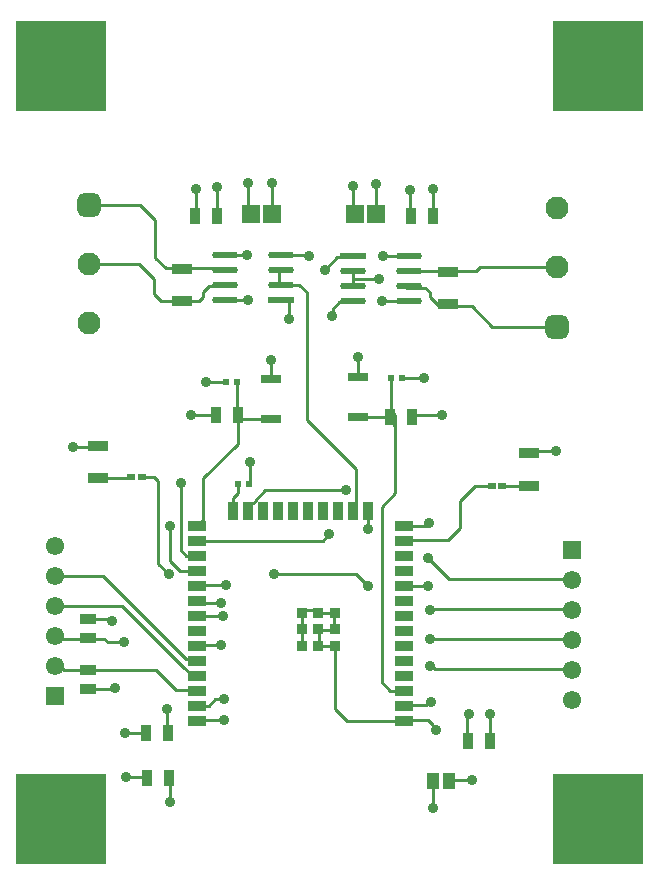
<source format=gtl>
G04*
G04 #@! TF.GenerationSoftware,Altium Limited,Altium Designer,24.9.1 (31)*
G04*
G04 Layer_Physical_Order=1*
G04 Layer_Color=255*
%FSLAX44Y44*%
%MOMM*%
G71*
G04*
G04 #@! TF.SameCoordinates,B23FE003-D99D-4249-9A33-D1736BEC5A34*
G04*
G04*
G04 #@! TF.FilePolarity,Positive*
G04*
G01*
G75*
%ADD14R,0.9500X1.4000*%
%ADD15R,1.7000X0.9500*%
G04:AMPARAMS|DCode=16|XSize=2.1692mm|YSize=0.5821mm|CornerRadius=0.2911mm|HoleSize=0mm|Usage=FLASHONLY|Rotation=0.000|XOffset=0mm|YOffset=0mm|HoleType=Round|Shape=RoundedRectangle|*
%AMROUNDEDRECTD16*
21,1,2.1692,0.0000,0,0,0.0*
21,1,1.5870,0.5821,0,0,0.0*
1,1,0.5821,0.7935,0.0000*
1,1,0.5821,-0.7935,0.0000*
1,1,0.5821,-0.7935,0.0000*
1,1,0.5821,0.7935,0.0000*
%
%ADD16ROUNDEDRECTD16*%
%ADD17R,2.1692X0.5821*%
%ADD18R,1.5000X0.9000*%
%ADD19R,0.9000X1.5000*%
%ADD20R,0.9000X0.9000*%
%ADD21R,0.7000X0.5000*%
%ADD22R,1.7000X0.8000*%
%ADD23R,1.3500X0.8500*%
%ADD24R,1.1046X1.3562*%
%ADD25R,0.5654X0.5725*%
%ADD26R,1.5046X1.5562*%
%ADD34C,0.2540*%
%ADD35R,7.6200X7.6200*%
%ADD36C,1.9500*%
G04:AMPARAMS|DCode=37|XSize=1.95mm|YSize=1.95mm|CornerRadius=0.4875mm|HoleSize=0mm|Usage=FLASHONLY|Rotation=270.000|XOffset=0mm|YOffset=0mm|HoleType=Round|Shape=RoundedRectangle|*
%AMROUNDEDRECTD37*
21,1,1.9500,0.9750,0,0,270.0*
21,1,0.9750,1.9500,0,0,270.0*
1,1,0.9750,-0.4875,-0.4875*
1,1,0.9750,-0.4875,0.4875*
1,1,0.9750,0.4875,0.4875*
1,1,0.9750,0.4875,-0.4875*
%
%ADD37ROUNDEDRECTD37*%
%ADD38R,1.5500X1.5500*%
%ADD39C,1.5500*%
%ADD40C,0.8890*%
D14*
X158390Y113030D02*
D03*
X176890D02*
D03*
X159660Y74930D02*
D03*
X178160D02*
D03*
X431080Y106680D02*
D03*
X449580D02*
D03*
X365400Y381000D02*
D03*
X383900D02*
D03*
X236580Y382270D02*
D03*
X218080D02*
D03*
X401680Y551180D02*
D03*
X383180D02*
D03*
X218800D02*
D03*
X200300D02*
D03*
D15*
X414020Y503970D02*
D03*
Y476470D02*
D03*
X482600Y350300D02*
D03*
Y322800D02*
D03*
X189230Y506510D02*
D03*
Y479010D02*
D03*
X118110Y329150D02*
D03*
Y356650D02*
D03*
D16*
X381000Y516890D02*
D03*
Y504190D02*
D03*
Y491490D02*
D03*
Y478790D02*
D03*
X333728D02*
D03*
Y491490D02*
D03*
Y504190D02*
D03*
X225284Y480060D02*
D03*
Y492760D02*
D03*
Y505460D02*
D03*
Y518160D02*
D03*
X272556D02*
D03*
Y505460D02*
D03*
Y492760D02*
D03*
D17*
X333728Y516890D02*
D03*
X272556Y480060D02*
D03*
D18*
X377060Y123930D02*
D03*
Y136630D02*
D03*
Y149330D02*
D03*
Y162030D02*
D03*
Y174730D02*
D03*
Y187430D02*
D03*
X377060Y200130D02*
D03*
X377060Y212830D02*
D03*
Y225530D02*
D03*
Y238230D02*
D03*
Y250930D02*
D03*
Y263630D02*
D03*
Y276330D02*
D03*
Y289030D02*
D03*
X202060D02*
D03*
Y276330D02*
D03*
Y263630D02*
D03*
Y250930D02*
D03*
Y238230D02*
D03*
Y225530D02*
D03*
Y212830D02*
D03*
X202060Y200130D02*
D03*
X202060Y187430D02*
D03*
Y174730D02*
D03*
Y162030D02*
D03*
Y149330D02*
D03*
X202060Y136630D02*
D03*
X202060Y123930D02*
D03*
D19*
X346660Y301530D02*
D03*
X333960D02*
D03*
X321260D02*
D03*
X308560D02*
D03*
X295860D02*
D03*
X283160D02*
D03*
X270460D02*
D03*
X257760D02*
D03*
X245060D02*
D03*
X232360D02*
D03*
D20*
X318560Y187130D02*
D03*
X304560Y187130D02*
D03*
X290560D02*
D03*
X318560Y201130D02*
D03*
X304560D02*
D03*
X290560Y201130D02*
D03*
X318560Y215130D02*
D03*
X304560D02*
D03*
X290560D02*
D03*
D21*
X146050Y330200D02*
D03*
X155050D02*
D03*
X451430Y322580D02*
D03*
X460430D02*
D03*
D22*
X337820Y414510D02*
D03*
Y380510D02*
D03*
X264160Y413240D02*
D03*
Y379240D02*
D03*
D23*
X109220Y167000D02*
D03*
Y150500D02*
D03*
Y193680D02*
D03*
Y210180D02*
D03*
D24*
X401320Y72390D02*
D03*
X415336D02*
D03*
D25*
X236764Y323850D02*
D03*
X245836D02*
D03*
X226604Y410210D02*
D03*
X235676D02*
D03*
X366304Y414020D02*
D03*
X375376D02*
D03*
D26*
X353178Y552450D02*
D03*
X335162D02*
D03*
X265548D02*
D03*
X247532D02*
D03*
D34*
X415290Y243840D02*
X519430D01*
X401768Y218440D02*
X519430D01*
X398780Y193040D02*
X519430D01*
X377060Y124460D02*
X397062D01*
X403860Y115570D02*
Y117288D01*
X401609Y119540D02*
Y119913D01*
X375802Y124460D02*
X377060D01*
X401609Y119540D02*
X403860Y117288D01*
X397062Y124460D02*
X401609Y119913D01*
X110570Y560542D02*
X153198D01*
X166370Y547370D01*
X152398Y510542D02*
X165100Y497840D01*
X110570Y510542D02*
X152398D01*
X226060Y491490D02*
X227330Y492760D01*
X212090Y491490D02*
X226060D01*
X171450Y478790D02*
X203200D01*
X140970Y113030D02*
X158390D01*
X109220Y150500D02*
X131450D01*
X132080Y151130D01*
X385962Y382270D02*
X408940D01*
X383422Y384810D02*
X385962Y382270D01*
X481212Y351790D02*
X505460D01*
X381000Y478790D02*
X382388D01*
X358140D02*
X381000D01*
X382270Y551062D02*
Y572770D01*
X334010Y552332D02*
Y576580D01*
X346710Y285750D02*
Y301530D01*
X337820Y414510D02*
Y431800D01*
Y413902D02*
Y414510D01*
X449580Y106680D02*
Y129540D01*
Y106562D02*
Y106680D01*
X415172Y73660D02*
X434340D01*
X328930Y123190D02*
X377060D01*
X316200Y214660D02*
X317500Y213360D01*
Y201990D02*
X318830Y200660D01*
X304830Y186660D02*
X318830D01*
X225284Y518160D02*
X243840D01*
X219592D02*
X225284D01*
X264160Y413240D02*
Y429260D01*
Y412632D02*
Y413240D01*
X289560Y217170D02*
X302320D01*
X246380Y323732D02*
Y342900D01*
X200660Y549792D02*
Y574040D01*
X302320Y217170D02*
X304830Y214660D01*
X290830Y215130D02*
Y215900D01*
Y187130D02*
Y215130D01*
X304830Y200660D02*
X318830D01*
X304830Y186660D02*
Y200660D01*
X290830Y186660D02*
Y187130D01*
X200542Y124460D02*
X224790D01*
X398780Y170180D02*
X400498D01*
X403038Y167640D02*
X516890D01*
X400498Y170180D02*
X403038Y167640D01*
X398780Y193040D02*
X398780Y193040D01*
X400498Y217170D02*
X401768Y218440D01*
X398780Y217170D02*
X400498D01*
X377800Y237490D02*
X397510D01*
Y261620D02*
X415290Y243840D01*
X377060Y238230D02*
X377800Y237490D01*
X336550Y247650D02*
X346710Y237490D01*
X266700Y247650D02*
X336550D01*
X168910Y256540D02*
X177800Y247650D01*
X202060Y136630D02*
X211560D01*
X217170Y142240D01*
X224790D01*
X202800Y212090D02*
X223520D01*
X204070Y223520D02*
X222250D01*
X259408Y318770D02*
X327660D01*
X245060Y304530D02*
X248290Y307760D01*
X249232D01*
X250720Y310082D02*
X259408Y318770D01*
X245060Y301530D02*
Y304530D01*
X249232Y307760D02*
X250720Y309248D01*
Y310082D01*
X294640Y378460D02*
X336550Y336550D01*
X333960Y301530D02*
X336550Y304120D01*
Y336550D01*
X294640Y378460D02*
Y486410D01*
X165100Y330200D02*
X168910Y326390D01*
Y256540D02*
Y326390D01*
X155050Y330200D02*
X165100D01*
X365760Y386080D02*
Y414020D01*
X369570Y373670D02*
Y382270D01*
X365760Y386080D02*
X369570Y382270D01*
X362730Y380510D02*
X369570Y373670D01*
Y316230D02*
Y373670D01*
X337820Y380510D02*
X362730D01*
X236220Y358140D02*
Y379240D01*
X264160D01*
X207010Y328930D02*
X236220Y358140D01*
X235676Y379240D02*
Y410210D01*
X398332Y139700D02*
X400050D01*
X379612Y137160D02*
X395792D01*
X398332Y139700D01*
X394970Y288290D02*
X398145Y291465D01*
X377190Y288290D02*
X394970D01*
X277759Y480060D02*
X279400Y478419D01*
X267970Y480060D02*
X277759D01*
X279400Y463550D02*
Y478419D01*
X201904Y187960D02*
X222224D01*
X334010Y497840D02*
X355600D01*
X333122Y478184D02*
X333728Y478790D01*
X316506Y472716D02*
X321974Y478184D01*
X316230Y466398D02*
X316506Y466675D01*
X321974Y478184D02*
X333122D01*
X316506Y466675D02*
Y472716D01*
X308080Y276330D02*
X313690Y281940D01*
X202060Y276330D02*
X308080D01*
X365020Y149330D02*
X377060D01*
X358140Y156210D02*
X365020Y149330D01*
X358140Y156210D02*
Y304800D01*
X369570Y316230D01*
X308044Y503624D02*
X320560Y516140D01*
X337070D01*
X338340Y517410D01*
X204470Y238760D02*
X226060D01*
X333728Y491490D02*
Y504190D01*
X192300Y263630D02*
X202060D01*
X187960Y267970D02*
X192300Y263630D01*
X187960Y267970D02*
Y325120D01*
X187220Y250930D02*
X202060D01*
X179070Y259080D02*
X187220Y250930D01*
X179070Y259080D02*
Y288290D01*
X271286Y518160D02*
X295910D01*
X202060Y289030D02*
X207010Y293980D01*
Y328930D01*
X288290Y492760D02*
X294640Y486410D01*
X271286Y492760D02*
X288290D01*
X271286D02*
Y505460D01*
X192990Y166420D02*
X194150Y165260D01*
X138430Y220980D02*
X190750Y168660D01*
Y168652D02*
X192982Y166420D01*
X192990D01*
X198830Y165260D02*
X202060Y162030D01*
X190750Y168652D02*
Y168660D01*
X81280Y220980D02*
X138430D01*
X194150Y165260D02*
X198830D01*
X200728Y176062D02*
X202060Y174730D01*
X121920Y246380D02*
X192238Y176062D01*
X200728D01*
X78740Y246380D02*
X121920D01*
X89248Y167000D02*
X167010D01*
X184150Y149860D01*
X88548Y167700D02*
X89248Y167000D01*
X81280Y170180D02*
X83760Y167700D01*
X88548D01*
X81280Y195580D02*
X83820Y193040D01*
X123190D01*
X124460Y191770D01*
X125730Y190500D01*
X139700D01*
X107832Y209550D02*
X126552D01*
X127822Y208280D02*
X129540D01*
X126552Y209550D02*
X127822Y208280D01*
X201530Y149860D02*
X202060Y149330D01*
X184150Y149860D02*
X201530D01*
X430530Y107832D02*
Y126552D01*
X431800Y127822D02*
Y129540D01*
X430530Y126552D02*
X431800Y127822D01*
X401320Y49530D02*
Y72508D01*
X377060Y123190D02*
X377330Y123460D01*
X318830Y133290D02*
X328930Y123190D01*
X318830Y133290D02*
Y186660D01*
X318830Y186660D02*
X318830Y186660D01*
X304830Y186660D02*
X304830Y186660D01*
X317500Y201990D02*
Y213360D01*
X304830Y214660D02*
X316200D01*
X289560Y217170D02*
X290830Y215900D01*
X179070Y54610D02*
Y73778D01*
X141654Y76008D02*
X160822D01*
X176530Y114182D02*
Y133350D01*
X232410Y301280D02*
X232630Y301060D01*
X232410Y301280D02*
Y312420D01*
X236764Y316774D01*
Y323850D01*
X145000Y329150D02*
X146050Y330200D01*
X118110Y329150D02*
X145000D01*
X96520Y355600D02*
X115688D01*
X377330Y275860D02*
X378330Y276860D01*
X414020D01*
X424180Y287020D01*
Y309880D01*
X436880Y322580D01*
X451430D01*
X458110Y322800D02*
X482600D01*
X377966Y491490D02*
X379236Y490220D01*
X394970D01*
X398780Y486410D01*
Y482600D02*
Y486410D01*
Y482600D02*
X406400Y474980D01*
X434340D01*
X451790Y457530D01*
X506730D01*
X377966Y504190D02*
X438150D01*
X441490Y507530D01*
X506730D01*
X374532Y414020D02*
X393700D01*
X196850Y382270D02*
X216018D01*
X209550Y410210D02*
X224908D01*
X359410Y516890D02*
X383658D01*
X220862Y480060D02*
X245110D01*
X401320Y549792D02*
Y574040D01*
X353060Y553602D02*
Y577850D01*
X265430Y554872D02*
Y579120D01*
X245110Y554872D02*
Y579120D01*
X218440Y551062D02*
Y575310D01*
X175260Y506730D02*
X227330D01*
X166370Y515620D02*
Y547370D01*
X165100Y485140D02*
Y497840D01*
X207010Y486410D02*
X212090Y491490D01*
X207010Y482600D02*
Y486410D01*
X203200Y478790D02*
X207010Y482600D01*
X165100Y485140D02*
X171450Y478790D01*
X166370Y515620D02*
X175260Y506730D01*
D35*
X86360Y678180D02*
D03*
Y40640D02*
D03*
X541020Y678180D02*
D03*
X541020Y40640D02*
D03*
D36*
X110570Y460543D02*
D03*
X110570Y510542D02*
D03*
X506730Y557530D02*
D03*
X506730Y507530D02*
D03*
D37*
X110570Y560542D02*
D03*
X506730Y457530D02*
D03*
D38*
X81280Y144780D02*
D03*
X519430Y267970D02*
D03*
D39*
X81280Y170180D02*
D03*
Y195580D02*
D03*
Y220980D02*
D03*
Y246380D02*
D03*
Y271780D02*
D03*
X519430Y242570D02*
D03*
Y217170D02*
D03*
Y191770D02*
D03*
Y166370D02*
D03*
Y140970D02*
D03*
D40*
X403860Y115570D02*
D03*
X132080Y151130D02*
D03*
X408940Y382270D02*
D03*
X346710Y285750D02*
D03*
X398780Y170180D02*
D03*
Y193040D02*
D03*
Y217170D02*
D03*
X397510Y237490D02*
D03*
Y261620D02*
D03*
X346710Y237490D02*
D03*
X266700Y247650D02*
D03*
X177800D02*
D03*
X223520Y212090D02*
D03*
X222250Y223520D02*
D03*
X224790Y142240D02*
D03*
X327660Y318770D02*
D03*
X337820Y431800D02*
D03*
X264160Y429260D02*
D03*
X400050Y139700D02*
D03*
X224790Y124460D02*
D03*
X296237Y517610D02*
D03*
X279400Y463550D02*
D03*
X222224Y187960D02*
D03*
X139700Y190500D02*
D03*
X398145Y291465D02*
D03*
X355600Y497840D02*
D03*
X316230Y466398D02*
D03*
X313690Y281940D02*
D03*
X226060Y238760D02*
D03*
X309880Y505460D02*
D03*
X187960Y325120D02*
D03*
X179070Y288290D02*
D03*
X129540Y208280D02*
D03*
X431800Y129540D02*
D03*
X449580D02*
D03*
X401320Y49530D02*
D03*
X179070Y54610D02*
D03*
X141654Y76008D02*
D03*
X140970Y113030D02*
D03*
X176530Y133350D02*
D03*
X434340Y73660D02*
D03*
X246380Y342900D02*
D03*
X96520Y355600D02*
D03*
X505460Y351790D02*
D03*
X393700Y414020D02*
D03*
X196850Y382270D02*
D03*
X209550Y410210D02*
D03*
X382270Y572770D02*
D03*
X358140Y478790D02*
D03*
X359410Y516890D02*
D03*
X245110Y480060D02*
D03*
X243840Y518160D02*
D03*
X401320Y574040D02*
D03*
X353060Y577850D02*
D03*
X334010Y576580D02*
D03*
X265430Y579120D02*
D03*
X245110D02*
D03*
X218440Y575310D02*
D03*
X200660Y574040D02*
D03*
M02*

</source>
